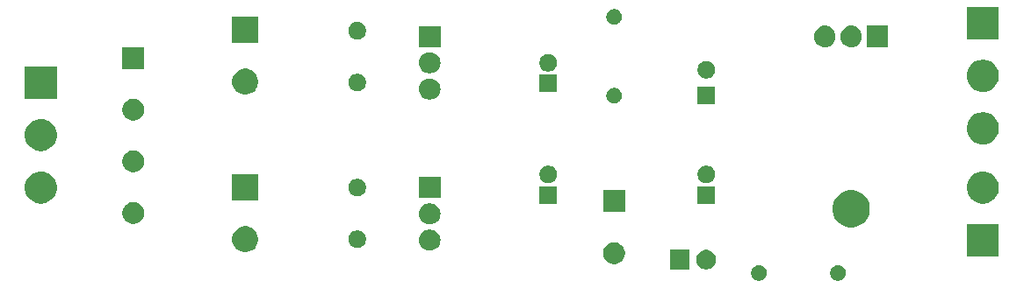
<source format=gts>
G04 #@! TF.GenerationSoftware,KiCad,Pcbnew,(5.1.6)-1*
G04 #@! TF.CreationDate,2020-08-29T11:02:00-03:00*
G04 #@! TF.ProjectId,fonte_pequena,666f6e74-655f-4706-9571-75656e612e6b,rev?*
G04 #@! TF.SameCoordinates,Original*
G04 #@! TF.FileFunction,Soldermask,Top*
G04 #@! TF.FilePolarity,Negative*
%FSLAX46Y46*%
G04 Gerber Fmt 4.6, Leading zero omitted, Abs format (unit mm)*
G04 Created by KiCad (PCBNEW (5.1.6)-1) date 2020-08-29 11:02:00*
%MOMM*%
%LPD*%
G01*
G04 APERTURE LIST*
%ADD10C,0.100000*%
G04 APERTURE END LIST*
D10*
G36*
X128489059Y-175807860D02*
G01*
X128625732Y-175864472D01*
X128748735Y-175946660D01*
X128853340Y-176051265D01*
X128935528Y-176174268D01*
X128992140Y-176310941D01*
X129021000Y-176456033D01*
X129021000Y-176603967D01*
X128992140Y-176749059D01*
X128935528Y-176885732D01*
X128853340Y-177008735D01*
X128748735Y-177113340D01*
X128625732Y-177195528D01*
X128625731Y-177195529D01*
X128625730Y-177195529D01*
X128489059Y-177252140D01*
X128343968Y-177281000D01*
X128196032Y-177281000D01*
X128050941Y-177252140D01*
X127914270Y-177195529D01*
X127914269Y-177195529D01*
X127914268Y-177195528D01*
X127791265Y-177113340D01*
X127686660Y-177008735D01*
X127604472Y-176885732D01*
X127547860Y-176749059D01*
X127519000Y-176603967D01*
X127519000Y-176456033D01*
X127547860Y-176310941D01*
X127604472Y-176174268D01*
X127686660Y-176051265D01*
X127791265Y-175946660D01*
X127914268Y-175864472D01*
X128050941Y-175807860D01*
X128196032Y-175779000D01*
X128343968Y-175779000D01*
X128489059Y-175807860D01*
G37*
G36*
X120869059Y-175807860D02*
G01*
X121005732Y-175864472D01*
X121128735Y-175946660D01*
X121233340Y-176051265D01*
X121315528Y-176174268D01*
X121372140Y-176310941D01*
X121401000Y-176456033D01*
X121401000Y-176603967D01*
X121372140Y-176749059D01*
X121315528Y-176885732D01*
X121233340Y-177008735D01*
X121128735Y-177113340D01*
X121005732Y-177195528D01*
X121005731Y-177195529D01*
X121005730Y-177195529D01*
X120869059Y-177252140D01*
X120723968Y-177281000D01*
X120576032Y-177281000D01*
X120430941Y-177252140D01*
X120294270Y-177195529D01*
X120294269Y-177195529D01*
X120294268Y-177195528D01*
X120171265Y-177113340D01*
X120066660Y-177008735D01*
X119984472Y-176885732D01*
X119927860Y-176749059D01*
X119899000Y-176603967D01*
X119899000Y-176456033D01*
X119927860Y-176310941D01*
X119984472Y-176174268D01*
X120066660Y-176051265D01*
X120171265Y-175946660D01*
X120294268Y-175864472D01*
X120430941Y-175807860D01*
X120576032Y-175779000D01*
X120723968Y-175779000D01*
X120869059Y-175807860D01*
G37*
G36*
X115847395Y-174345546D02*
G01*
X116020466Y-174417234D01*
X116020467Y-174417235D01*
X116176227Y-174521310D01*
X116308690Y-174653773D01*
X116308691Y-174653775D01*
X116412766Y-174809534D01*
X116484454Y-174982605D01*
X116521000Y-175166333D01*
X116521000Y-175353667D01*
X116484454Y-175537395D01*
X116412766Y-175710466D01*
X116412765Y-175710467D01*
X116308690Y-175866227D01*
X116176227Y-175998690D01*
X116097818Y-176051081D01*
X116020466Y-176102766D01*
X115847395Y-176174454D01*
X115663667Y-176211000D01*
X115476333Y-176211000D01*
X115292605Y-176174454D01*
X115119534Y-176102766D01*
X115042182Y-176051081D01*
X114963773Y-175998690D01*
X114831310Y-175866227D01*
X114727235Y-175710467D01*
X114727234Y-175710466D01*
X114655546Y-175537395D01*
X114619000Y-175353667D01*
X114619000Y-175166333D01*
X114655546Y-174982605D01*
X114727234Y-174809534D01*
X114831309Y-174653775D01*
X114831310Y-174653773D01*
X114963773Y-174521310D01*
X115119533Y-174417235D01*
X115119534Y-174417234D01*
X115292605Y-174345546D01*
X115476333Y-174309000D01*
X115663667Y-174309000D01*
X115847395Y-174345546D01*
G37*
G36*
X113981000Y-176211000D02*
G01*
X112079000Y-176211000D01*
X112079000Y-174309000D01*
X113981000Y-174309000D01*
X113981000Y-176211000D01*
G37*
G36*
X106986564Y-173614389D02*
G01*
X107140369Y-173678097D01*
X107177835Y-173693616D01*
X107349973Y-173808635D01*
X107496365Y-173955027D01*
X107610606Y-174126000D01*
X107611385Y-174127167D01*
X107690611Y-174318436D01*
X107731000Y-174521484D01*
X107731000Y-174728516D01*
X107690611Y-174931564D01*
X107669469Y-174982605D01*
X107611384Y-175122835D01*
X107496365Y-175294973D01*
X107349973Y-175441365D01*
X107177835Y-175556384D01*
X107177834Y-175556385D01*
X107177833Y-175556385D01*
X106986564Y-175635611D01*
X106783516Y-175676000D01*
X106576484Y-175676000D01*
X106373436Y-175635611D01*
X106182167Y-175556385D01*
X106182166Y-175556385D01*
X106182165Y-175556384D01*
X106010027Y-175441365D01*
X105863635Y-175294973D01*
X105748616Y-175122835D01*
X105690531Y-174982605D01*
X105669389Y-174931564D01*
X105629000Y-174728516D01*
X105629000Y-174521484D01*
X105669389Y-174318436D01*
X105748615Y-174127167D01*
X105749395Y-174126000D01*
X105863635Y-173955027D01*
X106010027Y-173808635D01*
X106182165Y-173693616D01*
X106219631Y-173678097D01*
X106373436Y-173614389D01*
X106576484Y-173574000D01*
X106783516Y-173574000D01*
X106986564Y-173614389D01*
G37*
G36*
X143791000Y-174906000D02*
G01*
X140689000Y-174906000D01*
X140689000Y-171804000D01*
X143791000Y-171804000D01*
X143791000Y-174906000D01*
G37*
G36*
X71433187Y-172061788D02*
G01*
X71484903Y-172072075D01*
X71712571Y-172166378D01*
X71917466Y-172303285D01*
X72091715Y-172477534D01*
X72228622Y-172682429D01*
X72322925Y-172910097D01*
X72371000Y-173151787D01*
X72371000Y-173398213D01*
X72322925Y-173639903D01*
X72228622Y-173867571D01*
X72091715Y-174072466D01*
X71917466Y-174246715D01*
X71712571Y-174383622D01*
X71712570Y-174383623D01*
X71712569Y-174383623D01*
X71484903Y-174477925D01*
X71243214Y-174526000D01*
X70996786Y-174526000D01*
X70755097Y-174477925D01*
X70527431Y-174383623D01*
X70527430Y-174383623D01*
X70527429Y-174383622D01*
X70322534Y-174246715D01*
X70148285Y-174072466D01*
X70011378Y-173867571D01*
X69917075Y-173639903D01*
X69869000Y-173398213D01*
X69869000Y-173151787D01*
X69917075Y-172910097D01*
X70011378Y-172682429D01*
X70148285Y-172477534D01*
X70322534Y-172303285D01*
X70527429Y-172166378D01*
X70755097Y-172072075D01*
X70806813Y-172061788D01*
X70996786Y-172024000D01*
X71243214Y-172024000D01*
X71433187Y-172061788D01*
G37*
G36*
X89045936Y-172356340D02*
G01*
X89144220Y-172366020D01*
X89333381Y-172423401D01*
X89507712Y-172516583D01*
X89660515Y-172641985D01*
X89785917Y-172794788D01*
X89879099Y-172969119D01*
X89936480Y-173158280D01*
X89955855Y-173355000D01*
X89936480Y-173551720D01*
X89879099Y-173740881D01*
X89785917Y-173915212D01*
X89660515Y-174068015D01*
X89507712Y-174193417D01*
X89333381Y-174286599D01*
X89144220Y-174343980D01*
X89045936Y-174353660D01*
X88996795Y-174358500D01*
X88803205Y-174358500D01*
X88754064Y-174353660D01*
X88655780Y-174343980D01*
X88466619Y-174286599D01*
X88292288Y-174193417D01*
X88139485Y-174068015D01*
X88014083Y-173915212D01*
X87920901Y-173740881D01*
X87863520Y-173551720D01*
X87844145Y-173355000D01*
X87863520Y-173158280D01*
X87920901Y-172969119D01*
X88014083Y-172794788D01*
X88139485Y-172641985D01*
X88292288Y-172516583D01*
X88466619Y-172423401D01*
X88655780Y-172366020D01*
X88754064Y-172356340D01*
X88803205Y-172351500D01*
X88996795Y-172351500D01*
X89045936Y-172356340D01*
G37*
G36*
X82163228Y-172456703D02*
G01*
X82318100Y-172520853D01*
X82457481Y-172613985D01*
X82576015Y-172732519D01*
X82669147Y-172871900D01*
X82733297Y-173026772D01*
X82766000Y-173191184D01*
X82766000Y-173358816D01*
X82733297Y-173523228D01*
X82669147Y-173678100D01*
X82576015Y-173817481D01*
X82457481Y-173936015D01*
X82318100Y-174029147D01*
X82163228Y-174093297D01*
X81998816Y-174126000D01*
X81831184Y-174126000D01*
X81666772Y-174093297D01*
X81511900Y-174029147D01*
X81372519Y-173936015D01*
X81253985Y-173817481D01*
X81160853Y-173678100D01*
X81096703Y-173523228D01*
X81064000Y-173358816D01*
X81064000Y-173191184D01*
X81096703Y-173026772D01*
X81160853Y-172871900D01*
X81253985Y-172732519D01*
X81372519Y-172613985D01*
X81511900Y-172520853D01*
X81666772Y-172456703D01*
X81831184Y-172424000D01*
X81998816Y-172424000D01*
X82163228Y-172456703D01*
G37*
G36*
X130065331Y-168598211D02*
G01*
X130393092Y-168733974D01*
X130688070Y-168931072D01*
X130938928Y-169181930D01*
X131136026Y-169476908D01*
X131271789Y-169804669D01*
X131341000Y-170152616D01*
X131341000Y-170507384D01*
X131271789Y-170855331D01*
X131136026Y-171183092D01*
X130938928Y-171478070D01*
X130688070Y-171728928D01*
X130393092Y-171926026D01*
X130065331Y-172061789D01*
X129717384Y-172131000D01*
X129362616Y-172131000D01*
X129014669Y-172061789D01*
X128686908Y-171926026D01*
X128391930Y-171728928D01*
X128141072Y-171478070D01*
X127943974Y-171183092D01*
X127808211Y-170855331D01*
X127739000Y-170507384D01*
X127739000Y-170152616D01*
X127808211Y-169804669D01*
X127943974Y-169476908D01*
X128141072Y-169181930D01*
X128391930Y-168931072D01*
X128686908Y-168733974D01*
X129014669Y-168598211D01*
X129362616Y-168529000D01*
X129717384Y-168529000D01*
X130065331Y-168598211D01*
G37*
G36*
X89045936Y-169816340D02*
G01*
X89144220Y-169826020D01*
X89333381Y-169883401D01*
X89507712Y-169976583D01*
X89660515Y-170101985D01*
X89785917Y-170254788D01*
X89879099Y-170429119D01*
X89936480Y-170618280D01*
X89955855Y-170815000D01*
X89936480Y-171011720D01*
X89879099Y-171200881D01*
X89785917Y-171375212D01*
X89660515Y-171528015D01*
X89507712Y-171653417D01*
X89366441Y-171728928D01*
X89335230Y-171745611D01*
X89333381Y-171746599D01*
X89144220Y-171803980D01*
X89045936Y-171813660D01*
X88996795Y-171818500D01*
X88803205Y-171818500D01*
X88754064Y-171813660D01*
X88655780Y-171803980D01*
X88466619Y-171746599D01*
X88464771Y-171745611D01*
X88433559Y-171728928D01*
X88292288Y-171653417D01*
X88139485Y-171528015D01*
X88014083Y-171375212D01*
X87920901Y-171200881D01*
X87863520Y-171011720D01*
X87844145Y-170815000D01*
X87863520Y-170618280D01*
X87920901Y-170429119D01*
X88014083Y-170254788D01*
X88139485Y-170101985D01*
X88292288Y-169976583D01*
X88466619Y-169883401D01*
X88655780Y-169826020D01*
X88754064Y-169816340D01*
X88803205Y-169811500D01*
X88996795Y-169811500D01*
X89045936Y-169816340D01*
G37*
G36*
X60631564Y-169724389D02*
G01*
X60822833Y-169803615D01*
X60822835Y-169803616D01*
X60994973Y-169918635D01*
X61141365Y-170065027D01*
X61166060Y-170101985D01*
X61256385Y-170237167D01*
X61335611Y-170428436D01*
X61376000Y-170631484D01*
X61376000Y-170838516D01*
X61335611Y-171041564D01*
X61276988Y-171183092D01*
X61256384Y-171232835D01*
X61141365Y-171404973D01*
X60994973Y-171551365D01*
X60822835Y-171666384D01*
X60822834Y-171666385D01*
X60822833Y-171666385D01*
X60631564Y-171745611D01*
X60428516Y-171786000D01*
X60221484Y-171786000D01*
X60018436Y-171745611D01*
X59827167Y-171666385D01*
X59827166Y-171666385D01*
X59827165Y-171666384D01*
X59655027Y-171551365D01*
X59508635Y-171404973D01*
X59393616Y-171232835D01*
X59373012Y-171183092D01*
X59314389Y-171041564D01*
X59274000Y-170838516D01*
X59274000Y-170631484D01*
X59314389Y-170428436D01*
X59393615Y-170237167D01*
X59483941Y-170101985D01*
X59508635Y-170065027D01*
X59655027Y-169918635D01*
X59827165Y-169803616D01*
X59827167Y-169803615D01*
X60018436Y-169724389D01*
X60221484Y-169684000D01*
X60428516Y-169684000D01*
X60631564Y-169724389D01*
G37*
G36*
X107731000Y-170596000D02*
G01*
X105629000Y-170596000D01*
X105629000Y-168494000D01*
X107731000Y-168494000D01*
X107731000Y-170596000D01*
G37*
G36*
X116421000Y-169856000D02*
G01*
X114719000Y-169856000D01*
X114719000Y-168154000D01*
X116421000Y-168154000D01*
X116421000Y-169856000D01*
G37*
G36*
X101181000Y-169856000D02*
G01*
X99479000Y-169856000D01*
X99479000Y-168154000D01*
X101181000Y-168154000D01*
X101181000Y-169856000D01*
G37*
G36*
X142501401Y-166745610D02*
G01*
X142692410Y-166783604D01*
X142974674Y-166900521D01*
X143228705Y-167070259D01*
X143444741Y-167286295D01*
X143614479Y-167540326D01*
X143731396Y-167822590D01*
X143791000Y-168122240D01*
X143791000Y-168427760D01*
X143731396Y-168727410D01*
X143614479Y-169009674D01*
X143444741Y-169263705D01*
X143228705Y-169479741D01*
X142974674Y-169649479D01*
X142692410Y-169766396D01*
X142542585Y-169796198D01*
X142392761Y-169826000D01*
X142087239Y-169826000D01*
X141937415Y-169796198D01*
X141787590Y-169766396D01*
X141505326Y-169649479D01*
X141251295Y-169479741D01*
X141035259Y-169263705D01*
X140865521Y-169009674D01*
X140748604Y-168727410D01*
X140689000Y-168427760D01*
X140689000Y-168122240D01*
X140748604Y-167822590D01*
X140865521Y-167540326D01*
X141035259Y-167286295D01*
X141251295Y-167070259D01*
X141505326Y-166900521D01*
X141787590Y-166783604D01*
X141978599Y-166745610D01*
X142087239Y-166724000D01*
X142392761Y-166724000D01*
X142501401Y-166745610D01*
G37*
G36*
X51696401Y-166745610D02*
G01*
X51887410Y-166783604D01*
X52169674Y-166900521D01*
X52423705Y-167070259D01*
X52639741Y-167286295D01*
X52809479Y-167540326D01*
X52926396Y-167822590D01*
X52986000Y-168122240D01*
X52986000Y-168427760D01*
X52926396Y-168727410D01*
X52809479Y-169009674D01*
X52639741Y-169263705D01*
X52423705Y-169479741D01*
X52169674Y-169649479D01*
X51887410Y-169766396D01*
X51737585Y-169796198D01*
X51587761Y-169826000D01*
X51282239Y-169826000D01*
X51132415Y-169796198D01*
X50982590Y-169766396D01*
X50700326Y-169649479D01*
X50446295Y-169479741D01*
X50230259Y-169263705D01*
X50060521Y-169009674D01*
X49943604Y-168727410D01*
X49884000Y-168427760D01*
X49884000Y-168122240D01*
X49943604Y-167822590D01*
X50060521Y-167540326D01*
X50230259Y-167286295D01*
X50446295Y-167070259D01*
X50700326Y-166900521D01*
X50982590Y-166783604D01*
X51173599Y-166745610D01*
X51282239Y-166724000D01*
X51587761Y-166724000D01*
X51696401Y-166745610D01*
G37*
G36*
X72371000Y-169526000D02*
G01*
X69869000Y-169526000D01*
X69869000Y-167024000D01*
X72371000Y-167024000D01*
X72371000Y-169526000D01*
G37*
G36*
X89951000Y-169278500D02*
G01*
X87849000Y-169278500D01*
X87849000Y-167271500D01*
X89951000Y-167271500D01*
X89951000Y-169278500D01*
G37*
G36*
X82163228Y-167456703D02*
G01*
X82318100Y-167520853D01*
X82457481Y-167613985D01*
X82576015Y-167732519D01*
X82669147Y-167871900D01*
X82733297Y-168026772D01*
X82766000Y-168191184D01*
X82766000Y-168358816D01*
X82733297Y-168523228D01*
X82669147Y-168678100D01*
X82576015Y-168817481D01*
X82457481Y-168936015D01*
X82318100Y-169029147D01*
X82163228Y-169093297D01*
X81998816Y-169126000D01*
X81831184Y-169126000D01*
X81666772Y-169093297D01*
X81511900Y-169029147D01*
X81372519Y-168936015D01*
X81253985Y-168817481D01*
X81160853Y-168678100D01*
X81096703Y-168523228D01*
X81064000Y-168358816D01*
X81064000Y-168191184D01*
X81096703Y-168026772D01*
X81160853Y-167871900D01*
X81253985Y-167732519D01*
X81372519Y-167613985D01*
X81511900Y-167520853D01*
X81666772Y-167456703D01*
X81831184Y-167424000D01*
X81998816Y-167424000D01*
X82163228Y-167456703D01*
G37*
G36*
X115818228Y-166186703D02*
G01*
X115973100Y-166250853D01*
X116112481Y-166343985D01*
X116231015Y-166462519D01*
X116324147Y-166601900D01*
X116388297Y-166756772D01*
X116421000Y-166921184D01*
X116421000Y-167088816D01*
X116388297Y-167253228D01*
X116324147Y-167408100D01*
X116231015Y-167547481D01*
X116112481Y-167666015D01*
X115973100Y-167759147D01*
X115818228Y-167823297D01*
X115653816Y-167856000D01*
X115486184Y-167856000D01*
X115321772Y-167823297D01*
X115166900Y-167759147D01*
X115027519Y-167666015D01*
X114908985Y-167547481D01*
X114815853Y-167408100D01*
X114751703Y-167253228D01*
X114719000Y-167088816D01*
X114719000Y-166921184D01*
X114751703Y-166756772D01*
X114815853Y-166601900D01*
X114908985Y-166462519D01*
X115027519Y-166343985D01*
X115166900Y-166250853D01*
X115321772Y-166186703D01*
X115486184Y-166154000D01*
X115653816Y-166154000D01*
X115818228Y-166186703D01*
G37*
G36*
X100578228Y-166186703D02*
G01*
X100733100Y-166250853D01*
X100872481Y-166343985D01*
X100991015Y-166462519D01*
X101084147Y-166601900D01*
X101148297Y-166756772D01*
X101181000Y-166921184D01*
X101181000Y-167088816D01*
X101148297Y-167253228D01*
X101084147Y-167408100D01*
X100991015Y-167547481D01*
X100872481Y-167666015D01*
X100733100Y-167759147D01*
X100578228Y-167823297D01*
X100413816Y-167856000D01*
X100246184Y-167856000D01*
X100081772Y-167823297D01*
X99926900Y-167759147D01*
X99787519Y-167666015D01*
X99668985Y-167547481D01*
X99575853Y-167408100D01*
X99511703Y-167253228D01*
X99479000Y-167088816D01*
X99479000Y-166921184D01*
X99511703Y-166756772D01*
X99575853Y-166601900D01*
X99668985Y-166462519D01*
X99787519Y-166343985D01*
X99926900Y-166250853D01*
X100081772Y-166186703D01*
X100246184Y-166154000D01*
X100413816Y-166154000D01*
X100578228Y-166186703D01*
G37*
G36*
X60631564Y-164724389D02*
G01*
X60822833Y-164803615D01*
X60822835Y-164803616D01*
X60994973Y-164918635D01*
X61141365Y-165065027D01*
X61256385Y-165237167D01*
X61335611Y-165428436D01*
X61376000Y-165631484D01*
X61376000Y-165838516D01*
X61335611Y-166041564D01*
X61275492Y-166186705D01*
X61256384Y-166232835D01*
X61141365Y-166404973D01*
X60994973Y-166551365D01*
X60822835Y-166666384D01*
X60822834Y-166666385D01*
X60822833Y-166666385D01*
X60631564Y-166745611D01*
X60428516Y-166786000D01*
X60221484Y-166786000D01*
X60018436Y-166745611D01*
X59827167Y-166666385D01*
X59827166Y-166666385D01*
X59827165Y-166666384D01*
X59655027Y-166551365D01*
X59508635Y-166404973D01*
X59393616Y-166232835D01*
X59374508Y-166186705D01*
X59314389Y-166041564D01*
X59274000Y-165838516D01*
X59274000Y-165631484D01*
X59314389Y-165428436D01*
X59393615Y-165237167D01*
X59508635Y-165065027D01*
X59655027Y-164918635D01*
X59827165Y-164803616D01*
X59827167Y-164803615D01*
X60018436Y-164724389D01*
X60221484Y-164684000D01*
X60428516Y-164684000D01*
X60631564Y-164724389D01*
G37*
G36*
X51700292Y-161666384D02*
G01*
X51887410Y-161703604D01*
X52169674Y-161820521D01*
X52423705Y-161990259D01*
X52639741Y-162206295D01*
X52809479Y-162460326D01*
X52914040Y-162712760D01*
X52926396Y-162742591D01*
X52980067Y-163012410D01*
X52986000Y-163042240D01*
X52986000Y-163347760D01*
X52926396Y-163647410D01*
X52809479Y-163929674D01*
X52639741Y-164183705D01*
X52423705Y-164399741D01*
X52169674Y-164569479D01*
X51887410Y-164686396D01*
X51737585Y-164716198D01*
X51587761Y-164746000D01*
X51282239Y-164746000D01*
X51132415Y-164716198D01*
X50982590Y-164686396D01*
X50700326Y-164569479D01*
X50446295Y-164399741D01*
X50230259Y-164183705D01*
X50060521Y-163929674D01*
X49943604Y-163647410D01*
X49884000Y-163347760D01*
X49884000Y-163042240D01*
X49889934Y-163012410D01*
X49943604Y-162742591D01*
X49955960Y-162712760D01*
X50060521Y-162460326D01*
X50230259Y-162206295D01*
X50446295Y-161990259D01*
X50700326Y-161820521D01*
X50982590Y-161703604D01*
X51169708Y-161666384D01*
X51282239Y-161644000D01*
X51587761Y-161644000D01*
X51700292Y-161666384D01*
G37*
G36*
X142542585Y-161038802D02*
G01*
X142692410Y-161068604D01*
X142974674Y-161185521D01*
X143228705Y-161355259D01*
X143444741Y-161571295D01*
X143614479Y-161825326D01*
X143731396Y-162107590D01*
X143731396Y-162107591D01*
X143791000Y-162407239D01*
X143791000Y-162712761D01*
X143785066Y-162742591D01*
X143731396Y-163012410D01*
X143614479Y-163294674D01*
X143444741Y-163548705D01*
X143228705Y-163764741D01*
X142974674Y-163934479D01*
X142692410Y-164051396D01*
X142542585Y-164081198D01*
X142392761Y-164111000D01*
X142087239Y-164111000D01*
X141937415Y-164081198D01*
X141787590Y-164051396D01*
X141505326Y-163934479D01*
X141251295Y-163764741D01*
X141035259Y-163548705D01*
X140865521Y-163294674D01*
X140748604Y-163012410D01*
X140694934Y-162742591D01*
X140689000Y-162712761D01*
X140689000Y-162407239D01*
X140748604Y-162107591D01*
X140748604Y-162107590D01*
X140865521Y-161825326D01*
X141035259Y-161571295D01*
X141251295Y-161355259D01*
X141505326Y-161185521D01*
X141787590Y-161068604D01*
X141937415Y-161038802D01*
X142087239Y-161009000D01*
X142392761Y-161009000D01*
X142542585Y-161038802D01*
G37*
G36*
X60631564Y-159724389D02*
G01*
X60822833Y-159803615D01*
X60822835Y-159803616D01*
X60994973Y-159918635D01*
X61141365Y-160065027D01*
X61255606Y-160236000D01*
X61256385Y-160237167D01*
X61335611Y-160428436D01*
X61376000Y-160631484D01*
X61376000Y-160838516D01*
X61335611Y-161041564D01*
X61275982Y-161185521D01*
X61256384Y-161232835D01*
X61141365Y-161404973D01*
X60994973Y-161551365D01*
X60822835Y-161666384D01*
X60822834Y-161666385D01*
X60822833Y-161666385D01*
X60631564Y-161745611D01*
X60428516Y-161786000D01*
X60221484Y-161786000D01*
X60018436Y-161745611D01*
X59827167Y-161666385D01*
X59827166Y-161666385D01*
X59827165Y-161666384D01*
X59655027Y-161551365D01*
X59508635Y-161404973D01*
X59393616Y-161232835D01*
X59374018Y-161185521D01*
X59314389Y-161041564D01*
X59274000Y-160838516D01*
X59274000Y-160631484D01*
X59314389Y-160428436D01*
X59393615Y-160237167D01*
X59394395Y-160236000D01*
X59508635Y-160065027D01*
X59655027Y-159918635D01*
X59827165Y-159803616D01*
X59827167Y-159803615D01*
X60018436Y-159724389D01*
X60221484Y-159684000D01*
X60428516Y-159684000D01*
X60631564Y-159724389D01*
G37*
G36*
X116421000Y-160236000D02*
G01*
X114719000Y-160236000D01*
X114719000Y-158534000D01*
X116421000Y-158534000D01*
X116421000Y-160236000D01*
G37*
G36*
X106899059Y-158662860D02*
G01*
X107035732Y-158719472D01*
X107158735Y-158801660D01*
X107263340Y-158906265D01*
X107330459Y-159006716D01*
X107345529Y-159029270D01*
X107402140Y-159165941D01*
X107430837Y-159310211D01*
X107431000Y-159311033D01*
X107431000Y-159458967D01*
X107402140Y-159604059D01*
X107345528Y-159740732D01*
X107263340Y-159863735D01*
X107158735Y-159968340D01*
X107035732Y-160050528D01*
X107035731Y-160050529D01*
X107035730Y-160050529D01*
X106899059Y-160107140D01*
X106753968Y-160136000D01*
X106606032Y-160136000D01*
X106460941Y-160107140D01*
X106324270Y-160050529D01*
X106324269Y-160050529D01*
X106324268Y-160050528D01*
X106201265Y-159968340D01*
X106096660Y-159863735D01*
X106014472Y-159740732D01*
X105957860Y-159604059D01*
X105929000Y-159458967D01*
X105929000Y-159311033D01*
X105929164Y-159310211D01*
X105957860Y-159165941D01*
X106014471Y-159029270D01*
X106029541Y-159006716D01*
X106096660Y-158906265D01*
X106201265Y-158801660D01*
X106324268Y-158719472D01*
X106460941Y-158662860D01*
X106606032Y-158634000D01*
X106753968Y-158634000D01*
X106899059Y-158662860D01*
G37*
G36*
X89045936Y-157751340D02*
G01*
X89144220Y-157761020D01*
X89333381Y-157818401D01*
X89507712Y-157911583D01*
X89660515Y-158036985D01*
X89785917Y-158189788D01*
X89879099Y-158364119D01*
X89936480Y-158553280D01*
X89955855Y-158750000D01*
X89936480Y-158946720D01*
X89879099Y-159135881D01*
X89785917Y-159310212D01*
X89660515Y-159463015D01*
X89507712Y-159588417D01*
X89333381Y-159681599D01*
X89144220Y-159738980D01*
X89045936Y-159748660D01*
X88996795Y-159753500D01*
X88803205Y-159753500D01*
X88754064Y-159748660D01*
X88655780Y-159738980D01*
X88466619Y-159681599D01*
X88292288Y-159588417D01*
X88139485Y-159463015D01*
X88014083Y-159310212D01*
X87920901Y-159135881D01*
X87863520Y-158946720D01*
X87844145Y-158750000D01*
X87863520Y-158553280D01*
X87920901Y-158364119D01*
X88014083Y-158189788D01*
X88139485Y-158036985D01*
X88292288Y-157911583D01*
X88466619Y-157818401D01*
X88655780Y-157761020D01*
X88754064Y-157751340D01*
X88803205Y-157746500D01*
X88996795Y-157746500D01*
X89045936Y-157751340D01*
G37*
G36*
X52986000Y-159666000D02*
G01*
X49884000Y-159666000D01*
X49884000Y-156564000D01*
X52986000Y-156564000D01*
X52986000Y-159666000D01*
G37*
G36*
X71484903Y-156832075D02*
G01*
X71712571Y-156926378D01*
X71917466Y-157063285D01*
X72091715Y-157237534D01*
X72174114Y-157360853D01*
X72228623Y-157442431D01*
X72322925Y-157670097D01*
X72371000Y-157911786D01*
X72371000Y-158158214D01*
X72322925Y-158399903D01*
X72259394Y-158553282D01*
X72228622Y-158627571D01*
X72091715Y-158832466D01*
X71917466Y-159006715D01*
X71712571Y-159143622D01*
X71712570Y-159143623D01*
X71712569Y-159143623D01*
X71484903Y-159237925D01*
X71243214Y-159286000D01*
X70996786Y-159286000D01*
X70755097Y-159237925D01*
X70527431Y-159143623D01*
X70527430Y-159143623D01*
X70527429Y-159143622D01*
X70322534Y-159006715D01*
X70148285Y-158832466D01*
X70011378Y-158627571D01*
X69980607Y-158553282D01*
X69917075Y-158399903D01*
X69869000Y-158158214D01*
X69869000Y-157911786D01*
X69917075Y-157670097D01*
X70011377Y-157442431D01*
X70065886Y-157360853D01*
X70148285Y-157237534D01*
X70322534Y-157063285D01*
X70527429Y-156926378D01*
X70755097Y-156832075D01*
X70996786Y-156784000D01*
X71243214Y-156784000D01*
X71484903Y-156832075D01*
G37*
G36*
X101181000Y-159061000D02*
G01*
X99479000Y-159061000D01*
X99479000Y-157359000D01*
X101181000Y-157359000D01*
X101181000Y-159061000D01*
G37*
G36*
X142542585Y-155958802D02*
G01*
X142692410Y-155988604D01*
X142974674Y-156105521D01*
X143228705Y-156275259D01*
X143444741Y-156491295D01*
X143614479Y-156745326D01*
X143731396Y-157027590D01*
X143738496Y-157063284D01*
X143791000Y-157327239D01*
X143791000Y-157632761D01*
X143783573Y-157670097D01*
X143731396Y-157932410D01*
X143614479Y-158214674D01*
X143444741Y-158468705D01*
X143228705Y-158684741D01*
X142974674Y-158854479D01*
X142692410Y-158971396D01*
X142542585Y-159001198D01*
X142392761Y-159031000D01*
X142087239Y-159031000D01*
X141937415Y-159001198D01*
X141787590Y-158971396D01*
X141505326Y-158854479D01*
X141251295Y-158684741D01*
X141035259Y-158468705D01*
X140865521Y-158214674D01*
X140748604Y-157932410D01*
X140696427Y-157670097D01*
X140689000Y-157632761D01*
X140689000Y-157327239D01*
X140741504Y-157063284D01*
X140748604Y-157027590D01*
X140865521Y-156745326D01*
X141035259Y-156491295D01*
X141251295Y-156275259D01*
X141505326Y-156105521D01*
X141787590Y-155988604D01*
X141937415Y-155958802D01*
X142087239Y-155929000D01*
X142392761Y-155929000D01*
X142542585Y-155958802D01*
G37*
G36*
X82163228Y-157296703D02*
G01*
X82318100Y-157360853D01*
X82457481Y-157453985D01*
X82576015Y-157572519D01*
X82669147Y-157711900D01*
X82733297Y-157866772D01*
X82766000Y-158031184D01*
X82766000Y-158198816D01*
X82733297Y-158363228D01*
X82669147Y-158518100D01*
X82576015Y-158657481D01*
X82457481Y-158776015D01*
X82318100Y-158869147D01*
X82163228Y-158933297D01*
X81998816Y-158966000D01*
X81831184Y-158966000D01*
X81666772Y-158933297D01*
X81511900Y-158869147D01*
X81372519Y-158776015D01*
X81253985Y-158657481D01*
X81160853Y-158518100D01*
X81096703Y-158363228D01*
X81064000Y-158198816D01*
X81064000Y-158031184D01*
X81096703Y-157866772D01*
X81160853Y-157711900D01*
X81253985Y-157572519D01*
X81372519Y-157453985D01*
X81511900Y-157360853D01*
X81666772Y-157296703D01*
X81831184Y-157264000D01*
X81998816Y-157264000D01*
X82163228Y-157296703D01*
G37*
G36*
X115818228Y-156066703D02*
G01*
X115973100Y-156130853D01*
X116112481Y-156223985D01*
X116231015Y-156342519D01*
X116324147Y-156481900D01*
X116388297Y-156636772D01*
X116421000Y-156801184D01*
X116421000Y-156968816D01*
X116388297Y-157133228D01*
X116324147Y-157288100D01*
X116231015Y-157427481D01*
X116112481Y-157546015D01*
X115973100Y-157639147D01*
X115818228Y-157703297D01*
X115653816Y-157736000D01*
X115486184Y-157736000D01*
X115321772Y-157703297D01*
X115166900Y-157639147D01*
X115027519Y-157546015D01*
X114908985Y-157427481D01*
X114815853Y-157288100D01*
X114751703Y-157133228D01*
X114719000Y-156968816D01*
X114719000Y-156801184D01*
X114751703Y-156636772D01*
X114815853Y-156481900D01*
X114908985Y-156342519D01*
X115027519Y-156223985D01*
X115166900Y-156130853D01*
X115321772Y-156066703D01*
X115486184Y-156034000D01*
X115653816Y-156034000D01*
X115818228Y-156066703D01*
G37*
G36*
X89045936Y-155211340D02*
G01*
X89144220Y-155221020D01*
X89333381Y-155278401D01*
X89507712Y-155371583D01*
X89660515Y-155496985D01*
X89785917Y-155649788D01*
X89879099Y-155824119D01*
X89936480Y-156013280D01*
X89955855Y-156210000D01*
X89936480Y-156406720D01*
X89879099Y-156595881D01*
X89785917Y-156770212D01*
X89660515Y-156923015D01*
X89507712Y-157048417D01*
X89333381Y-157141599D01*
X89144220Y-157198980D01*
X89045936Y-157208660D01*
X88996795Y-157213500D01*
X88803205Y-157213500D01*
X88754064Y-157208660D01*
X88655780Y-157198980D01*
X88466619Y-157141599D01*
X88292288Y-157048417D01*
X88139485Y-156923015D01*
X88014083Y-156770212D01*
X87920901Y-156595881D01*
X87863520Y-156406720D01*
X87844145Y-156210000D01*
X87863520Y-156013280D01*
X87920901Y-155824119D01*
X88014083Y-155649788D01*
X88139485Y-155496985D01*
X88292288Y-155371583D01*
X88466619Y-155278401D01*
X88655780Y-155221020D01*
X88754064Y-155211340D01*
X88803205Y-155206500D01*
X88996795Y-155206500D01*
X89045936Y-155211340D01*
G37*
G36*
X100578228Y-155391703D02*
G01*
X100733100Y-155455853D01*
X100872481Y-155548985D01*
X100991015Y-155667519D01*
X101084147Y-155806900D01*
X101148297Y-155961772D01*
X101181000Y-156126184D01*
X101181000Y-156293816D01*
X101148297Y-156458228D01*
X101084147Y-156613100D01*
X100991015Y-156752481D01*
X100872481Y-156871015D01*
X100733100Y-156964147D01*
X100578228Y-157028297D01*
X100413816Y-157061000D01*
X100246184Y-157061000D01*
X100081772Y-157028297D01*
X99926900Y-156964147D01*
X99787519Y-156871015D01*
X99668985Y-156752481D01*
X99575853Y-156613100D01*
X99511703Y-156458228D01*
X99479000Y-156293816D01*
X99479000Y-156126184D01*
X99511703Y-155961772D01*
X99575853Y-155806900D01*
X99668985Y-155667519D01*
X99787519Y-155548985D01*
X99926900Y-155455853D01*
X100081772Y-155391703D01*
X100246184Y-155359000D01*
X100413816Y-155359000D01*
X100578228Y-155391703D01*
G37*
G36*
X61376000Y-156786000D02*
G01*
X59274000Y-156786000D01*
X59274000Y-154684000D01*
X61376000Y-154684000D01*
X61376000Y-156786000D01*
G37*
G36*
X127196720Y-152633520D02*
G01*
X127385881Y-152690901D01*
X127560212Y-152784083D01*
X127713015Y-152909485D01*
X127838417Y-153062288D01*
X127882182Y-153144167D01*
X127931598Y-153236617D01*
X127931599Y-153236620D01*
X127988980Y-153425781D01*
X128003500Y-153573207D01*
X128003500Y-153766794D01*
X127988980Y-153914220D01*
X127931599Y-154103381D01*
X127838417Y-154277712D01*
X127713015Y-154430515D01*
X127560212Y-154555917D01*
X127478333Y-154599682D01*
X127385883Y-154649098D01*
X127385880Y-154649099D01*
X127196719Y-154706480D01*
X127000000Y-154725855D01*
X126803280Y-154706480D01*
X126614119Y-154649099D01*
X126439788Y-154555917D01*
X126286985Y-154430515D01*
X126161583Y-154277712D01*
X126117818Y-154195833D01*
X126068402Y-154103383D01*
X126068401Y-154103380D01*
X126011020Y-153914219D01*
X125996500Y-153766793D01*
X125996500Y-153573206D01*
X126011020Y-153425780D01*
X126068401Y-153236619D01*
X126161583Y-153062288D01*
X126286985Y-152909485D01*
X126439788Y-152784083D01*
X126614120Y-152690901D01*
X126803281Y-152633520D01*
X127000000Y-152614145D01*
X127196720Y-152633520D01*
G37*
G36*
X129736720Y-152633520D02*
G01*
X129925881Y-152690901D01*
X130100212Y-152784083D01*
X130253015Y-152909485D01*
X130378417Y-153062288D01*
X130422182Y-153144167D01*
X130471598Y-153236617D01*
X130471599Y-153236620D01*
X130528980Y-153425781D01*
X130543500Y-153573207D01*
X130543500Y-153766794D01*
X130528980Y-153914220D01*
X130471599Y-154103381D01*
X130378417Y-154277712D01*
X130253015Y-154430515D01*
X130100212Y-154555917D01*
X130018333Y-154599682D01*
X129925883Y-154649098D01*
X129925880Y-154649099D01*
X129736719Y-154706480D01*
X129540000Y-154725855D01*
X129343280Y-154706480D01*
X129154119Y-154649099D01*
X128979788Y-154555917D01*
X128826985Y-154430515D01*
X128701583Y-154277712D01*
X128657818Y-154195833D01*
X128608402Y-154103383D01*
X128608401Y-154103380D01*
X128551020Y-153914219D01*
X128536500Y-153766793D01*
X128536500Y-153573206D01*
X128551020Y-153425780D01*
X128608401Y-153236619D01*
X128701583Y-153062288D01*
X128826985Y-152909485D01*
X128979788Y-152784083D01*
X129154120Y-152690901D01*
X129343281Y-152633520D01*
X129540000Y-152614145D01*
X129736720Y-152633520D01*
G37*
G36*
X133083500Y-154721000D02*
G01*
X131076500Y-154721000D01*
X131076500Y-152619000D01*
X133083500Y-152619000D01*
X133083500Y-154721000D01*
G37*
G36*
X89951000Y-154673500D02*
G01*
X87849000Y-154673500D01*
X87849000Y-152666500D01*
X89951000Y-152666500D01*
X89951000Y-154673500D01*
G37*
G36*
X72371000Y-154286000D02*
G01*
X69869000Y-154286000D01*
X69869000Y-151784000D01*
X72371000Y-151784000D01*
X72371000Y-154286000D01*
G37*
G36*
X82163228Y-152296703D02*
G01*
X82318100Y-152360853D01*
X82457481Y-152453985D01*
X82576015Y-152572519D01*
X82669147Y-152711900D01*
X82733297Y-152866772D01*
X82766000Y-153031184D01*
X82766000Y-153198816D01*
X82733297Y-153363228D01*
X82669147Y-153518100D01*
X82576015Y-153657481D01*
X82457481Y-153776015D01*
X82318100Y-153869147D01*
X82163228Y-153933297D01*
X81998816Y-153966000D01*
X81831184Y-153966000D01*
X81666772Y-153933297D01*
X81511900Y-153869147D01*
X81372519Y-153776015D01*
X81253985Y-153657481D01*
X81160853Y-153518100D01*
X81096703Y-153363228D01*
X81064000Y-153198816D01*
X81064000Y-153031184D01*
X81096703Y-152866772D01*
X81160853Y-152711900D01*
X81253985Y-152572519D01*
X81372519Y-152453985D01*
X81511900Y-152360853D01*
X81666772Y-152296703D01*
X81831184Y-152264000D01*
X81998816Y-152264000D01*
X82163228Y-152296703D01*
G37*
G36*
X143791000Y-153951000D02*
G01*
X140689000Y-153951000D01*
X140689000Y-150849000D01*
X143791000Y-150849000D01*
X143791000Y-153951000D01*
G37*
G36*
X106899059Y-151042860D02*
G01*
X107035732Y-151099472D01*
X107158735Y-151181660D01*
X107263340Y-151286265D01*
X107345528Y-151409268D01*
X107402140Y-151545941D01*
X107431000Y-151691033D01*
X107431000Y-151838967D01*
X107402140Y-151984059D01*
X107345528Y-152120732D01*
X107263340Y-152243735D01*
X107158735Y-152348340D01*
X107035732Y-152430528D01*
X107035731Y-152430529D01*
X107035730Y-152430529D01*
X106899059Y-152487140D01*
X106753968Y-152516000D01*
X106606032Y-152516000D01*
X106460941Y-152487140D01*
X106324270Y-152430529D01*
X106324269Y-152430529D01*
X106324268Y-152430528D01*
X106201265Y-152348340D01*
X106096660Y-152243735D01*
X106014472Y-152120732D01*
X105957860Y-151984059D01*
X105929000Y-151838967D01*
X105929000Y-151691033D01*
X105957860Y-151545941D01*
X106014472Y-151409268D01*
X106096660Y-151286265D01*
X106201265Y-151181660D01*
X106324268Y-151099472D01*
X106460941Y-151042860D01*
X106606032Y-151014000D01*
X106753968Y-151014000D01*
X106899059Y-151042860D01*
G37*
M02*

</source>
